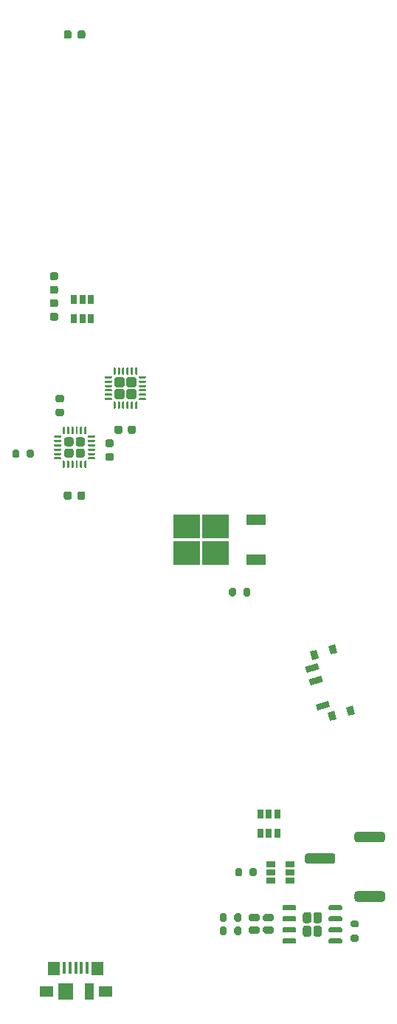
<source format=gbr>
G04 #@! TF.GenerationSoftware,KiCad,Pcbnew,(5.1.6-0)*
G04 #@! TF.CreationDate,2021-01-08T20:23:25+00:00*
G04 #@! TF.ProjectId,XMAS_Star_21,584d4153-5f53-4746-9172-5f32312e6b69,rev?*
G04 #@! TF.SameCoordinates,Original*
G04 #@! TF.FileFunction,Paste,Top*
G04 #@! TF.FilePolarity,Positive*
%FSLAX46Y46*%
G04 Gerber Fmt 4.6, Leading zero omitted, Abs format (unit mm)*
G04 Created by KiCad (PCBNEW (5.1.6-0)) date 2021-01-08 20:23:25*
%MOMM*%
%LPD*%
G01*
G04 APERTURE LIST*
%ADD10R,0.650000X1.060000*%
%ADD11R,1.060000X0.650000*%
%ADD12C,0.100000*%
%ADD13R,3.050000X2.750000*%
%ADD14R,2.200000X1.200000*%
%ADD15R,1.000000X1.900000*%
%ADD16R,1.800000X1.900000*%
%ADD17R,1.650000X1.300000*%
%ADD18R,1.425000X1.550000*%
%ADD19R,0.450000X1.380000*%
G04 APERTURE END LIST*
G36*
G01*
X104256250Y-129450000D02*
X103743750Y-129450000D01*
G75*
G02*
X103525000Y-129231250I0J218750D01*
G01*
X103525000Y-128793750D01*
G75*
G02*
X103743750Y-128575000I218750J0D01*
G01*
X104256250Y-128575000D01*
G75*
G02*
X104475000Y-128793750I0J-218750D01*
G01*
X104475000Y-129231250D01*
G75*
G02*
X104256250Y-129450000I-218750J0D01*
G01*
G37*
G36*
G01*
X104256250Y-131025000D02*
X103743750Y-131025000D01*
G75*
G02*
X103525000Y-130806250I0J218750D01*
G01*
X103525000Y-130368750D01*
G75*
G02*
X103743750Y-130150000I218750J0D01*
G01*
X104256250Y-130150000D01*
G75*
G02*
X104475000Y-130368750I0J-218750D01*
G01*
X104475000Y-130806250D01*
G75*
G02*
X104256250Y-131025000I-218750J0D01*
G01*
G37*
G36*
G01*
X98043750Y-125050000D02*
X98556250Y-125050000D01*
G75*
G02*
X98775000Y-125268750I0J-218750D01*
G01*
X98775000Y-125706250D01*
G75*
G02*
X98556250Y-125925000I-218750J0D01*
G01*
X98043750Y-125925000D01*
G75*
G02*
X97825000Y-125706250I0J218750D01*
G01*
X97825000Y-125268750D01*
G75*
G02*
X98043750Y-125050000I218750J0D01*
G01*
G37*
G36*
G01*
X98043750Y-123475000D02*
X98556250Y-123475000D01*
G75*
G02*
X98775000Y-123693750I0J-218750D01*
G01*
X98775000Y-124131250D01*
G75*
G02*
X98556250Y-124350000I-218750J0D01*
G01*
X98043750Y-124350000D01*
G75*
G02*
X97825000Y-124131250I0J218750D01*
G01*
X97825000Y-123693750D01*
G75*
G02*
X98043750Y-123475000I218750J0D01*
G01*
G37*
G36*
G01*
X105740000Y-121699999D02*
X105740000Y-122370001D01*
G75*
G02*
X105490001Y-122620000I-249999J0D01*
G01*
X104819999Y-122620000D01*
G75*
G02*
X104570000Y-122370001I0J249999D01*
G01*
X104570000Y-121699999D01*
G75*
G02*
X104819999Y-121450000I249999J0D01*
G01*
X105490001Y-121450000D01*
G75*
G02*
X105740000Y-121699999I0J-249999D01*
G01*
G37*
G36*
G01*
X105740000Y-123049999D02*
X105740000Y-123720001D01*
G75*
G02*
X105490001Y-123970000I-249999J0D01*
G01*
X104819999Y-123970000D01*
G75*
G02*
X104570000Y-123720001I0J249999D01*
G01*
X104570000Y-123049999D01*
G75*
G02*
X104819999Y-122800000I249999J0D01*
G01*
X105490001Y-122800000D01*
G75*
G02*
X105740000Y-123049999I0J-249999D01*
G01*
G37*
G36*
G01*
X107090000Y-121699999D02*
X107090000Y-122370001D01*
G75*
G02*
X106840001Y-122620000I-249999J0D01*
G01*
X106169999Y-122620000D01*
G75*
G02*
X105920000Y-122370001I0J249999D01*
G01*
X105920000Y-121699999D01*
G75*
G02*
X106169999Y-121450000I249999J0D01*
G01*
X106840001Y-121450000D01*
G75*
G02*
X107090000Y-121699999I0J-249999D01*
G01*
G37*
G36*
G01*
X107090000Y-123049999D02*
X107090000Y-123720001D01*
G75*
G02*
X106840001Y-123970000I-249999J0D01*
G01*
X106169999Y-123970000D01*
G75*
G02*
X105920000Y-123720001I0J249999D01*
G01*
X105920000Y-123049999D01*
G75*
G02*
X106169999Y-122800000I249999J0D01*
G01*
X106840001Y-122800000D01*
G75*
G02*
X107090000Y-123049999I0J-249999D01*
G01*
G37*
G36*
G01*
X107205000Y-124322500D02*
X107205000Y-125022500D01*
G75*
G02*
X107142500Y-125085000I-62500J0D01*
G01*
X107017500Y-125085000D01*
G75*
G02*
X106955000Y-125022500I0J62500D01*
G01*
X106955000Y-124322500D01*
G75*
G02*
X107017500Y-124260000I62500J0D01*
G01*
X107142500Y-124260000D01*
G75*
G02*
X107205000Y-124322500I0J-62500D01*
G01*
G37*
G36*
G01*
X106705000Y-124322500D02*
X106705000Y-125022500D01*
G75*
G02*
X106642500Y-125085000I-62500J0D01*
G01*
X106517500Y-125085000D01*
G75*
G02*
X106455000Y-125022500I0J62500D01*
G01*
X106455000Y-124322500D01*
G75*
G02*
X106517500Y-124260000I62500J0D01*
G01*
X106642500Y-124260000D01*
G75*
G02*
X106705000Y-124322500I0J-62500D01*
G01*
G37*
G36*
G01*
X106205000Y-124322500D02*
X106205000Y-125022500D01*
G75*
G02*
X106142500Y-125085000I-62500J0D01*
G01*
X106017500Y-125085000D01*
G75*
G02*
X105955000Y-125022500I0J62500D01*
G01*
X105955000Y-124322500D01*
G75*
G02*
X106017500Y-124260000I62500J0D01*
G01*
X106142500Y-124260000D01*
G75*
G02*
X106205000Y-124322500I0J-62500D01*
G01*
G37*
G36*
G01*
X105705000Y-124322500D02*
X105705000Y-125022500D01*
G75*
G02*
X105642500Y-125085000I-62500J0D01*
G01*
X105517500Y-125085000D01*
G75*
G02*
X105455000Y-125022500I0J62500D01*
G01*
X105455000Y-124322500D01*
G75*
G02*
X105517500Y-124260000I62500J0D01*
G01*
X105642500Y-124260000D01*
G75*
G02*
X105705000Y-124322500I0J-62500D01*
G01*
G37*
G36*
G01*
X105205000Y-124322500D02*
X105205000Y-125022500D01*
G75*
G02*
X105142500Y-125085000I-62500J0D01*
G01*
X105017500Y-125085000D01*
G75*
G02*
X104955000Y-125022500I0J62500D01*
G01*
X104955000Y-124322500D01*
G75*
G02*
X105017500Y-124260000I62500J0D01*
G01*
X105142500Y-124260000D01*
G75*
G02*
X105205000Y-124322500I0J-62500D01*
G01*
G37*
G36*
G01*
X104705000Y-124322500D02*
X104705000Y-125022500D01*
G75*
G02*
X104642500Y-125085000I-62500J0D01*
G01*
X104517500Y-125085000D01*
G75*
G02*
X104455000Y-125022500I0J62500D01*
G01*
X104455000Y-124322500D01*
G75*
G02*
X104517500Y-124260000I62500J0D01*
G01*
X104642500Y-124260000D01*
G75*
G02*
X104705000Y-124322500I0J-62500D01*
G01*
G37*
G36*
G01*
X104280000Y-123897500D02*
X104280000Y-124022500D01*
G75*
G02*
X104217500Y-124085000I-62500J0D01*
G01*
X103517500Y-124085000D01*
G75*
G02*
X103455000Y-124022500I0J62500D01*
G01*
X103455000Y-123897500D01*
G75*
G02*
X103517500Y-123835000I62500J0D01*
G01*
X104217500Y-123835000D01*
G75*
G02*
X104280000Y-123897500I0J-62500D01*
G01*
G37*
G36*
G01*
X104280000Y-123397500D02*
X104280000Y-123522500D01*
G75*
G02*
X104217500Y-123585000I-62500J0D01*
G01*
X103517500Y-123585000D01*
G75*
G02*
X103455000Y-123522500I0J62500D01*
G01*
X103455000Y-123397500D01*
G75*
G02*
X103517500Y-123335000I62500J0D01*
G01*
X104217500Y-123335000D01*
G75*
G02*
X104280000Y-123397500I0J-62500D01*
G01*
G37*
G36*
G01*
X104280000Y-122897500D02*
X104280000Y-123022500D01*
G75*
G02*
X104217500Y-123085000I-62500J0D01*
G01*
X103517500Y-123085000D01*
G75*
G02*
X103455000Y-123022500I0J62500D01*
G01*
X103455000Y-122897500D01*
G75*
G02*
X103517500Y-122835000I62500J0D01*
G01*
X104217500Y-122835000D01*
G75*
G02*
X104280000Y-122897500I0J-62500D01*
G01*
G37*
G36*
G01*
X104280000Y-122397500D02*
X104280000Y-122522500D01*
G75*
G02*
X104217500Y-122585000I-62500J0D01*
G01*
X103517500Y-122585000D01*
G75*
G02*
X103455000Y-122522500I0J62500D01*
G01*
X103455000Y-122397500D01*
G75*
G02*
X103517500Y-122335000I62500J0D01*
G01*
X104217500Y-122335000D01*
G75*
G02*
X104280000Y-122397500I0J-62500D01*
G01*
G37*
G36*
G01*
X104280000Y-121897500D02*
X104280000Y-122022500D01*
G75*
G02*
X104217500Y-122085000I-62500J0D01*
G01*
X103517500Y-122085000D01*
G75*
G02*
X103455000Y-122022500I0J62500D01*
G01*
X103455000Y-121897500D01*
G75*
G02*
X103517500Y-121835000I62500J0D01*
G01*
X104217500Y-121835000D01*
G75*
G02*
X104280000Y-121897500I0J-62500D01*
G01*
G37*
G36*
G01*
X104280000Y-121397500D02*
X104280000Y-121522500D01*
G75*
G02*
X104217500Y-121585000I-62500J0D01*
G01*
X103517500Y-121585000D01*
G75*
G02*
X103455000Y-121522500I0J62500D01*
G01*
X103455000Y-121397500D01*
G75*
G02*
X103517500Y-121335000I62500J0D01*
G01*
X104217500Y-121335000D01*
G75*
G02*
X104280000Y-121397500I0J-62500D01*
G01*
G37*
G36*
G01*
X104705000Y-120397500D02*
X104705000Y-121097500D01*
G75*
G02*
X104642500Y-121160000I-62500J0D01*
G01*
X104517500Y-121160000D01*
G75*
G02*
X104455000Y-121097500I0J62500D01*
G01*
X104455000Y-120397500D01*
G75*
G02*
X104517500Y-120335000I62500J0D01*
G01*
X104642500Y-120335000D01*
G75*
G02*
X104705000Y-120397500I0J-62500D01*
G01*
G37*
G36*
G01*
X105205000Y-120397500D02*
X105205000Y-121097500D01*
G75*
G02*
X105142500Y-121160000I-62500J0D01*
G01*
X105017500Y-121160000D01*
G75*
G02*
X104955000Y-121097500I0J62500D01*
G01*
X104955000Y-120397500D01*
G75*
G02*
X105017500Y-120335000I62500J0D01*
G01*
X105142500Y-120335000D01*
G75*
G02*
X105205000Y-120397500I0J-62500D01*
G01*
G37*
G36*
G01*
X105705000Y-120397500D02*
X105705000Y-121097500D01*
G75*
G02*
X105642500Y-121160000I-62500J0D01*
G01*
X105517500Y-121160000D01*
G75*
G02*
X105455000Y-121097500I0J62500D01*
G01*
X105455000Y-120397500D01*
G75*
G02*
X105517500Y-120335000I62500J0D01*
G01*
X105642500Y-120335000D01*
G75*
G02*
X105705000Y-120397500I0J-62500D01*
G01*
G37*
G36*
G01*
X106205000Y-120397500D02*
X106205000Y-121097500D01*
G75*
G02*
X106142500Y-121160000I-62500J0D01*
G01*
X106017500Y-121160000D01*
G75*
G02*
X105955000Y-121097500I0J62500D01*
G01*
X105955000Y-120397500D01*
G75*
G02*
X106017500Y-120335000I62500J0D01*
G01*
X106142500Y-120335000D01*
G75*
G02*
X106205000Y-120397500I0J-62500D01*
G01*
G37*
G36*
G01*
X106705000Y-120397500D02*
X106705000Y-121097500D01*
G75*
G02*
X106642500Y-121160000I-62500J0D01*
G01*
X106517500Y-121160000D01*
G75*
G02*
X106455000Y-121097500I0J62500D01*
G01*
X106455000Y-120397500D01*
G75*
G02*
X106517500Y-120335000I62500J0D01*
G01*
X106642500Y-120335000D01*
G75*
G02*
X106705000Y-120397500I0J-62500D01*
G01*
G37*
G36*
G01*
X107205000Y-120397500D02*
X107205000Y-121097500D01*
G75*
G02*
X107142500Y-121160000I-62500J0D01*
G01*
X107017500Y-121160000D01*
G75*
G02*
X106955000Y-121097500I0J62500D01*
G01*
X106955000Y-120397500D01*
G75*
G02*
X107017500Y-120335000I62500J0D01*
G01*
X107142500Y-120335000D01*
G75*
G02*
X107205000Y-120397500I0J-62500D01*
G01*
G37*
G36*
G01*
X108205000Y-121397500D02*
X108205000Y-121522500D01*
G75*
G02*
X108142500Y-121585000I-62500J0D01*
G01*
X107442500Y-121585000D01*
G75*
G02*
X107380000Y-121522500I0J62500D01*
G01*
X107380000Y-121397500D01*
G75*
G02*
X107442500Y-121335000I62500J0D01*
G01*
X108142500Y-121335000D01*
G75*
G02*
X108205000Y-121397500I0J-62500D01*
G01*
G37*
G36*
G01*
X108205000Y-121897500D02*
X108205000Y-122022500D01*
G75*
G02*
X108142500Y-122085000I-62500J0D01*
G01*
X107442500Y-122085000D01*
G75*
G02*
X107380000Y-122022500I0J62500D01*
G01*
X107380000Y-121897500D01*
G75*
G02*
X107442500Y-121835000I62500J0D01*
G01*
X108142500Y-121835000D01*
G75*
G02*
X108205000Y-121897500I0J-62500D01*
G01*
G37*
G36*
G01*
X108205000Y-122397500D02*
X108205000Y-122522500D01*
G75*
G02*
X108142500Y-122585000I-62500J0D01*
G01*
X107442500Y-122585000D01*
G75*
G02*
X107380000Y-122522500I0J62500D01*
G01*
X107380000Y-122397500D01*
G75*
G02*
X107442500Y-122335000I62500J0D01*
G01*
X108142500Y-122335000D01*
G75*
G02*
X108205000Y-122397500I0J-62500D01*
G01*
G37*
G36*
G01*
X108205000Y-122897500D02*
X108205000Y-123022500D01*
G75*
G02*
X108142500Y-123085000I-62500J0D01*
G01*
X107442500Y-123085000D01*
G75*
G02*
X107380000Y-123022500I0J62500D01*
G01*
X107380000Y-122897500D01*
G75*
G02*
X107442500Y-122835000I62500J0D01*
G01*
X108142500Y-122835000D01*
G75*
G02*
X108205000Y-122897500I0J-62500D01*
G01*
G37*
G36*
G01*
X108205000Y-123397500D02*
X108205000Y-123522500D01*
G75*
G02*
X108142500Y-123585000I-62500J0D01*
G01*
X107442500Y-123585000D01*
G75*
G02*
X107380000Y-123522500I0J62500D01*
G01*
X107380000Y-123397500D01*
G75*
G02*
X107442500Y-123335000I62500J0D01*
G01*
X108142500Y-123335000D01*
G75*
G02*
X108205000Y-123397500I0J-62500D01*
G01*
G37*
G36*
G01*
X108205000Y-123897500D02*
X108205000Y-124022500D01*
G75*
G02*
X108142500Y-124085000I-62500J0D01*
G01*
X107442500Y-124085000D01*
G75*
G02*
X107380000Y-124022500I0J62500D01*
G01*
X107380000Y-123897500D01*
G75*
G02*
X107442500Y-123835000I62500J0D01*
G01*
X108142500Y-123835000D01*
G75*
G02*
X108205000Y-123897500I0J-62500D01*
G01*
G37*
G36*
G01*
X105475000Y-127220000D02*
X105475000Y-127720000D01*
G75*
G02*
X105250000Y-127945000I-225000J0D01*
G01*
X104800000Y-127945000D01*
G75*
G02*
X104575000Y-127720000I0J225000D01*
G01*
X104575000Y-127220000D01*
G75*
G02*
X104800000Y-126995000I225000J0D01*
G01*
X105250000Y-126995000D01*
G75*
G02*
X105475000Y-127220000I0J-225000D01*
G01*
G37*
G36*
G01*
X107025000Y-127220000D02*
X107025000Y-127720000D01*
G75*
G02*
X106800000Y-127945000I-225000J0D01*
G01*
X106350000Y-127945000D01*
G75*
G02*
X106125000Y-127720000I0J225000D01*
G01*
X106125000Y-127220000D01*
G75*
G02*
X106350000Y-126995000I225000J0D01*
G01*
X106800000Y-126995000D01*
G75*
G02*
X107025000Y-127220000I0J-225000D01*
G01*
G37*
G36*
G01*
X100315000Y-135260000D02*
X100315000Y-134760000D01*
G75*
G02*
X100540000Y-134535000I225000J0D01*
G01*
X100990000Y-134535000D01*
G75*
G02*
X101215000Y-134760000I0J-225000D01*
G01*
X101215000Y-135260000D01*
G75*
G02*
X100990000Y-135485000I-225000J0D01*
G01*
X100540000Y-135485000D01*
G75*
G02*
X100315000Y-135260000I0J225000D01*
G01*
G37*
G36*
G01*
X98765000Y-135260000D02*
X98765000Y-134760000D01*
G75*
G02*
X98990000Y-134535000I225000J0D01*
G01*
X99440000Y-134535000D01*
G75*
G02*
X99665000Y-134760000I0J-225000D01*
G01*
X99665000Y-135260000D01*
G75*
G02*
X99440000Y-135485000I-225000J0D01*
G01*
X98990000Y-135485000D01*
G75*
G02*
X98765000Y-135260000I0J225000D01*
G01*
G37*
D10*
X100890000Y-114720000D03*
X101840000Y-114720000D03*
X99940000Y-114720000D03*
X99940000Y-112520000D03*
X100890000Y-112520000D03*
X101840000Y-112520000D03*
G36*
G01*
X97890000Y-113425000D02*
X97390000Y-113425000D01*
G75*
G02*
X97165000Y-113200000I0J225000D01*
G01*
X97165000Y-112750000D01*
G75*
G02*
X97390000Y-112525000I225000J0D01*
G01*
X97890000Y-112525000D01*
G75*
G02*
X98115000Y-112750000I0J-225000D01*
G01*
X98115000Y-113200000D01*
G75*
G02*
X97890000Y-113425000I-225000J0D01*
G01*
G37*
G36*
G01*
X97890000Y-114975000D02*
X97390000Y-114975000D01*
G75*
G02*
X97165000Y-114750000I0J225000D01*
G01*
X97165000Y-114300000D01*
G75*
G02*
X97390000Y-114075000I225000J0D01*
G01*
X97890000Y-114075000D01*
G75*
G02*
X98115000Y-114300000I0J-225000D01*
G01*
X98115000Y-114750000D01*
G75*
G02*
X97890000Y-114975000I-225000J0D01*
G01*
G37*
G36*
G01*
X97890000Y-110345000D02*
X97390000Y-110345000D01*
G75*
G02*
X97165000Y-110120000I0J225000D01*
G01*
X97165000Y-109670000D01*
G75*
G02*
X97390000Y-109445000I225000J0D01*
G01*
X97890000Y-109445000D01*
G75*
G02*
X98115000Y-109670000I0J-225000D01*
G01*
X98115000Y-110120000D01*
G75*
G02*
X97890000Y-110345000I-225000J0D01*
G01*
G37*
G36*
G01*
X97890000Y-111895000D02*
X97390000Y-111895000D01*
G75*
G02*
X97165000Y-111670000I0J225000D01*
G01*
X97165000Y-111220000D01*
G75*
G02*
X97390000Y-110995000I225000J0D01*
G01*
X97890000Y-110995000D01*
G75*
G02*
X98115000Y-111220000I0J-225000D01*
G01*
X98115000Y-111670000D01*
G75*
G02*
X97890000Y-111895000I-225000J0D01*
G01*
G37*
G36*
G01*
X94505000Y-130505000D02*
X94505000Y-129955000D01*
G75*
G02*
X94705000Y-129755000I200000J0D01*
G01*
X95105000Y-129755000D01*
G75*
G02*
X95305000Y-129955000I0J-200000D01*
G01*
X95305000Y-130505000D01*
G75*
G02*
X95105000Y-130705000I-200000J0D01*
G01*
X94705000Y-130705000D01*
G75*
G02*
X94505000Y-130505000I0J200000D01*
G01*
G37*
G36*
G01*
X92855000Y-130505000D02*
X92855000Y-129955000D01*
G75*
G02*
X93055000Y-129755000I200000J0D01*
G01*
X93455000Y-129755000D01*
G75*
G02*
X93655000Y-129955000I0J-200000D01*
G01*
X93655000Y-130505000D01*
G75*
G02*
X93455000Y-130705000I-200000J0D01*
G01*
X93055000Y-130705000D01*
G75*
G02*
X92855000Y-130505000I0J200000D01*
G01*
G37*
G36*
G01*
X129620000Y-177170000D02*
X126720000Y-177170000D01*
G75*
G02*
X126420000Y-176870000I0J300000D01*
G01*
X126420000Y-176270000D01*
G75*
G02*
X126720000Y-175970000I300000J0D01*
G01*
X129620000Y-175970000D01*
G75*
G02*
X129920000Y-176270000I0J-300000D01*
G01*
X129920000Y-176870000D01*
G75*
G02*
X129620000Y-177170000I-300000J0D01*
G01*
G37*
G36*
G01*
X135320000Y-174720000D02*
X132420000Y-174720000D01*
G75*
G02*
X132120000Y-174420000I0J300000D01*
G01*
X132120000Y-173820000D01*
G75*
G02*
X132420000Y-173520000I300000J0D01*
G01*
X135320000Y-173520000D01*
G75*
G02*
X135620000Y-173820000I0J-300000D01*
G01*
X135620000Y-174420000D01*
G75*
G02*
X135320000Y-174720000I-300000J0D01*
G01*
G37*
G36*
G01*
X135320000Y-181520000D02*
X132420000Y-181520000D01*
G75*
G02*
X132120000Y-181220000I0J300000D01*
G01*
X132120000Y-180620000D01*
G75*
G02*
X132420000Y-180320000I300000J0D01*
G01*
X135320000Y-180320000D01*
G75*
G02*
X135620000Y-180620000I0J-300000D01*
G01*
X135620000Y-181220000D01*
G75*
G02*
X135320000Y-181520000I-300000J0D01*
G01*
G37*
D11*
X124740000Y-178160000D03*
X124740000Y-177210000D03*
X124740000Y-179110000D03*
X122540000Y-179110000D03*
X122540000Y-178160000D03*
X122540000Y-177210000D03*
G36*
G01*
X127165000Y-182962500D02*
X127165000Y-183727500D01*
G75*
G02*
X126922500Y-183970000I-242500J0D01*
G01*
X126437500Y-183970000D01*
G75*
G02*
X126195000Y-183727500I0J242500D01*
G01*
X126195000Y-182962500D01*
G75*
G02*
X126437500Y-182720000I242500J0D01*
G01*
X126922500Y-182720000D01*
G75*
G02*
X127165000Y-182962500I0J-242500D01*
G01*
G37*
G36*
G01*
X127165000Y-184512500D02*
X127165000Y-185277500D01*
G75*
G02*
X126922500Y-185520000I-242500J0D01*
G01*
X126437500Y-185520000D01*
G75*
G02*
X126195000Y-185277500I0J242500D01*
G01*
X126195000Y-184512500D01*
G75*
G02*
X126437500Y-184270000I242500J0D01*
G01*
X126922500Y-184270000D01*
G75*
G02*
X127165000Y-184512500I0J-242500D01*
G01*
G37*
G36*
G01*
X128365000Y-182962500D02*
X128365000Y-183727500D01*
G75*
G02*
X128122500Y-183970000I-242500J0D01*
G01*
X127637500Y-183970000D01*
G75*
G02*
X127395000Y-183727500I0J242500D01*
G01*
X127395000Y-182962500D01*
G75*
G02*
X127637500Y-182720000I242500J0D01*
G01*
X128122500Y-182720000D01*
G75*
G02*
X128365000Y-182962500I0J-242500D01*
G01*
G37*
G36*
G01*
X128365000Y-184512500D02*
X128365000Y-185277500D01*
G75*
G02*
X128122500Y-185520000I-242500J0D01*
G01*
X127637500Y-185520000D01*
G75*
G02*
X127395000Y-185277500I0J242500D01*
G01*
X127395000Y-184512500D01*
G75*
G02*
X127637500Y-184270000I242500J0D01*
G01*
X128122500Y-184270000D01*
G75*
G02*
X128365000Y-184512500I0J-242500D01*
G01*
G37*
G36*
G01*
X125430000Y-185875000D02*
X125430000Y-186175000D01*
G75*
G02*
X125280000Y-186325000I-150000J0D01*
G01*
X123980000Y-186325000D01*
G75*
G02*
X123830000Y-186175000I0J150000D01*
G01*
X123830000Y-185875000D01*
G75*
G02*
X123980000Y-185725000I150000J0D01*
G01*
X125280000Y-185725000D01*
G75*
G02*
X125430000Y-185875000I0J-150000D01*
G01*
G37*
G36*
G01*
X125430000Y-184605000D02*
X125430000Y-184905000D01*
G75*
G02*
X125280000Y-185055000I-150000J0D01*
G01*
X123980000Y-185055000D01*
G75*
G02*
X123830000Y-184905000I0J150000D01*
G01*
X123830000Y-184605000D01*
G75*
G02*
X123980000Y-184455000I150000J0D01*
G01*
X125280000Y-184455000D01*
G75*
G02*
X125430000Y-184605000I0J-150000D01*
G01*
G37*
G36*
G01*
X125430000Y-183335000D02*
X125430000Y-183635000D01*
G75*
G02*
X125280000Y-183785000I-150000J0D01*
G01*
X123980000Y-183785000D01*
G75*
G02*
X123830000Y-183635000I0J150000D01*
G01*
X123830000Y-183335000D01*
G75*
G02*
X123980000Y-183185000I150000J0D01*
G01*
X125280000Y-183185000D01*
G75*
G02*
X125430000Y-183335000I0J-150000D01*
G01*
G37*
G36*
G01*
X125430000Y-182065000D02*
X125430000Y-182365000D01*
G75*
G02*
X125280000Y-182515000I-150000J0D01*
G01*
X123980000Y-182515000D01*
G75*
G02*
X123830000Y-182365000I0J150000D01*
G01*
X123830000Y-182065000D01*
G75*
G02*
X123980000Y-181915000I150000J0D01*
G01*
X125280000Y-181915000D01*
G75*
G02*
X125430000Y-182065000I0J-150000D01*
G01*
G37*
G36*
G01*
X130730000Y-182065000D02*
X130730000Y-182365000D01*
G75*
G02*
X130580000Y-182515000I-150000J0D01*
G01*
X129280000Y-182515000D01*
G75*
G02*
X129130000Y-182365000I0J150000D01*
G01*
X129130000Y-182065000D01*
G75*
G02*
X129280000Y-181915000I150000J0D01*
G01*
X130580000Y-181915000D01*
G75*
G02*
X130730000Y-182065000I0J-150000D01*
G01*
G37*
G36*
G01*
X130730000Y-183335000D02*
X130730000Y-183635000D01*
G75*
G02*
X130580000Y-183785000I-150000J0D01*
G01*
X129280000Y-183785000D01*
G75*
G02*
X129130000Y-183635000I0J150000D01*
G01*
X129130000Y-183335000D01*
G75*
G02*
X129280000Y-183185000I150000J0D01*
G01*
X130580000Y-183185000D01*
G75*
G02*
X130730000Y-183335000I0J-150000D01*
G01*
G37*
G36*
G01*
X130730000Y-184605000D02*
X130730000Y-184905000D01*
G75*
G02*
X130580000Y-185055000I-150000J0D01*
G01*
X129280000Y-185055000D01*
G75*
G02*
X129130000Y-184905000I0J150000D01*
G01*
X129130000Y-184605000D01*
G75*
G02*
X129280000Y-184455000I150000J0D01*
G01*
X130580000Y-184455000D01*
G75*
G02*
X130730000Y-184605000I0J-150000D01*
G01*
G37*
G36*
G01*
X130730000Y-185875000D02*
X130730000Y-186175000D01*
G75*
G02*
X130580000Y-186325000I-150000J0D01*
G01*
X129280000Y-186325000D01*
G75*
G02*
X129130000Y-186175000I0J150000D01*
G01*
X129130000Y-185875000D01*
G75*
G02*
X129280000Y-185725000I150000J0D01*
G01*
X130580000Y-185725000D01*
G75*
G02*
X130730000Y-185875000I0J-150000D01*
G01*
G37*
D12*
G36*
X130038615Y-160623978D02*
G01*
X129269606Y-160844488D01*
X128993969Y-159883226D01*
X129762978Y-159662716D01*
X130038615Y-160623978D01*
G37*
G36*
X128026463Y-153606768D02*
G01*
X127257454Y-153827278D01*
X126981817Y-152866016D01*
X127750826Y-152645506D01*
X128026463Y-153606768D01*
G37*
G36*
X130150851Y-152997609D02*
G01*
X129381842Y-153218119D01*
X129106205Y-152256857D01*
X129875214Y-152036347D01*
X130150851Y-152997609D01*
G37*
G36*
X132163004Y-160014820D02*
G01*
X131393995Y-160235330D01*
X131118358Y-159274068D01*
X131887367Y-159053558D01*
X132163004Y-160014820D01*
G37*
G36*
X128082631Y-154891037D02*
G01*
X126640739Y-155304493D01*
X126447793Y-154631609D01*
X127889685Y-154218153D01*
X128082631Y-154891037D01*
G37*
G36*
X128496087Y-156332929D02*
G01*
X127054195Y-156746385D01*
X126861249Y-156073501D01*
X128303141Y-155660045D01*
X128496087Y-156332929D01*
G37*
G36*
X129322999Y-159216714D02*
G01*
X127881107Y-159630170D01*
X127688161Y-158957286D01*
X129130053Y-158543830D01*
X129322999Y-159216714D01*
G37*
G36*
G01*
X119225000Y-177865000D02*
X119225000Y-178415000D01*
G75*
G02*
X119025000Y-178615000I-200000J0D01*
G01*
X118625000Y-178615000D01*
G75*
G02*
X118425000Y-178415000I0J200000D01*
G01*
X118425000Y-177865000D01*
G75*
G02*
X118625000Y-177665000I200000J0D01*
G01*
X119025000Y-177665000D01*
G75*
G02*
X119225000Y-177865000I0J-200000D01*
G01*
G37*
G36*
G01*
X120875000Y-177865000D02*
X120875000Y-178415000D01*
G75*
G02*
X120675000Y-178615000I-200000J0D01*
G01*
X120275000Y-178615000D01*
G75*
G02*
X120075000Y-178415000I0J200000D01*
G01*
X120075000Y-177865000D01*
G75*
G02*
X120275000Y-177665000I200000J0D01*
G01*
X120675000Y-177665000D01*
G75*
G02*
X120875000Y-177865000I0J-200000D01*
G01*
G37*
G36*
G01*
X118520000Y-145795000D02*
X118520000Y-146345000D01*
G75*
G02*
X118320000Y-146545000I-200000J0D01*
G01*
X117920000Y-146545000D01*
G75*
G02*
X117720000Y-146345000I0J200000D01*
G01*
X117720000Y-145795000D01*
G75*
G02*
X117920000Y-145595000I200000J0D01*
G01*
X118320000Y-145595000D01*
G75*
G02*
X118520000Y-145795000I0J-200000D01*
G01*
G37*
G36*
G01*
X120170000Y-145795000D02*
X120170000Y-146345000D01*
G75*
G02*
X119970000Y-146545000I-200000J0D01*
G01*
X119570000Y-146545000D01*
G75*
G02*
X119370000Y-146345000I0J200000D01*
G01*
X119370000Y-145795000D01*
G75*
G02*
X119570000Y-145595000I200000J0D01*
G01*
X119970000Y-145595000D01*
G75*
G02*
X120170000Y-145795000I0J-200000D01*
G01*
G37*
G36*
G01*
X118325000Y-183605000D02*
X118325000Y-183055000D01*
G75*
G02*
X118525000Y-182855000I200000J0D01*
G01*
X118925000Y-182855000D01*
G75*
G02*
X119125000Y-183055000I0J-200000D01*
G01*
X119125000Y-183605000D01*
G75*
G02*
X118925000Y-183805000I-200000J0D01*
G01*
X118525000Y-183805000D01*
G75*
G02*
X118325000Y-183605000I0J200000D01*
G01*
G37*
G36*
G01*
X116675000Y-183605000D02*
X116675000Y-183055000D01*
G75*
G02*
X116875000Y-182855000I200000J0D01*
G01*
X117275000Y-182855000D01*
G75*
G02*
X117475000Y-183055000I0J-200000D01*
G01*
X117475000Y-183605000D01*
G75*
G02*
X117275000Y-183805000I-200000J0D01*
G01*
X116875000Y-183805000D01*
G75*
G02*
X116675000Y-183605000I0J200000D01*
G01*
G37*
G36*
G01*
X118325000Y-185125000D02*
X118325000Y-184575000D01*
G75*
G02*
X118525000Y-184375000I200000J0D01*
G01*
X118925000Y-184375000D01*
G75*
G02*
X119125000Y-184575000I0J-200000D01*
G01*
X119125000Y-185125000D01*
G75*
G02*
X118925000Y-185325000I-200000J0D01*
G01*
X118525000Y-185325000D01*
G75*
G02*
X118325000Y-185125000I0J200000D01*
G01*
G37*
G36*
G01*
X116675000Y-185125000D02*
X116675000Y-184575000D01*
G75*
G02*
X116875000Y-184375000I200000J0D01*
G01*
X117275000Y-184375000D01*
G75*
G02*
X117475000Y-184575000I0J-200000D01*
G01*
X117475000Y-185125000D01*
G75*
G02*
X117275000Y-185325000I-200000J0D01*
G01*
X116875000Y-185325000D01*
G75*
G02*
X116675000Y-185125000I0J200000D01*
G01*
G37*
G36*
G01*
X131855000Y-185305000D02*
X132405000Y-185305000D01*
G75*
G02*
X132605000Y-185505000I0J-200000D01*
G01*
X132605000Y-185905000D01*
G75*
G02*
X132405000Y-186105000I-200000J0D01*
G01*
X131855000Y-186105000D01*
G75*
G02*
X131655000Y-185905000I0J200000D01*
G01*
X131655000Y-185505000D01*
G75*
G02*
X131855000Y-185305000I200000J0D01*
G01*
G37*
G36*
G01*
X131855000Y-183655000D02*
X132405000Y-183655000D01*
G75*
G02*
X132605000Y-183855000I0J-200000D01*
G01*
X132605000Y-184255000D01*
G75*
G02*
X132405000Y-184455000I-200000J0D01*
G01*
X131855000Y-184455000D01*
G75*
G02*
X131655000Y-184255000I0J200000D01*
G01*
X131655000Y-183855000D01*
G75*
G02*
X131855000Y-183655000I200000J0D01*
G01*
G37*
D10*
X122300000Y-171490000D03*
X121350000Y-171490000D03*
X123250000Y-171490000D03*
X123250000Y-173690000D03*
X122300000Y-173690000D03*
X121350000Y-173690000D03*
D13*
X116190000Y-138570000D03*
X112840000Y-141620000D03*
X116190000Y-141620000D03*
X112840000Y-138570000D03*
D14*
X120815000Y-137815000D03*
X120815000Y-142375000D03*
D15*
X101690000Y-191780000D03*
D16*
X98990000Y-191780000D03*
D17*
X103515000Y-191780000D03*
X96765000Y-191780000D03*
D18*
X102627500Y-189205000D03*
X97652500Y-189205000D03*
D19*
X101440000Y-189120000D03*
X100790000Y-189120000D03*
X100140000Y-189120000D03*
X99490000Y-189120000D03*
X98840000Y-189120000D03*
G36*
G01*
X121220000Y-183127500D02*
X121220000Y-183552500D01*
G75*
G02*
X121007500Y-183765000I-212500J0D01*
G01*
X120207500Y-183765000D01*
G75*
G02*
X119995000Y-183552500I0J212500D01*
G01*
X119995000Y-183127500D01*
G75*
G02*
X120207500Y-182915000I212500J0D01*
G01*
X121007500Y-182915000D01*
G75*
G02*
X121220000Y-183127500I0J-212500D01*
G01*
G37*
G36*
G01*
X122845000Y-183127500D02*
X122845000Y-183552500D01*
G75*
G02*
X122632500Y-183765000I-212500J0D01*
G01*
X121832500Y-183765000D01*
G75*
G02*
X121620000Y-183552500I0J212500D01*
G01*
X121620000Y-183127500D01*
G75*
G02*
X121832500Y-182915000I212500J0D01*
G01*
X122632500Y-182915000D01*
G75*
G02*
X122845000Y-183127500I0J-212500D01*
G01*
G37*
G36*
G01*
X121220000Y-184547500D02*
X121220000Y-184972500D01*
G75*
G02*
X121007500Y-185185000I-212500J0D01*
G01*
X120207500Y-185185000D01*
G75*
G02*
X119995000Y-184972500I0J212500D01*
G01*
X119995000Y-184547500D01*
G75*
G02*
X120207500Y-184335000I212500J0D01*
G01*
X121007500Y-184335000D01*
G75*
G02*
X121220000Y-184547500I0J-212500D01*
G01*
G37*
G36*
G01*
X122845000Y-184547500D02*
X122845000Y-184972500D01*
G75*
G02*
X122632500Y-185185000I-212500J0D01*
G01*
X121832500Y-185185000D01*
G75*
G02*
X121620000Y-184972500I0J212500D01*
G01*
X121620000Y-184547500D01*
G75*
G02*
X121832500Y-184335000I212500J0D01*
G01*
X122632500Y-184335000D01*
G75*
G02*
X122845000Y-184547500I0J-212500D01*
G01*
G37*
G36*
G01*
X99650000Y-81963750D02*
X99650000Y-82476250D01*
G75*
G02*
X99431250Y-82695000I-218750J0D01*
G01*
X98993750Y-82695000D01*
G75*
G02*
X98775000Y-82476250I0J218750D01*
G01*
X98775000Y-81963750D01*
G75*
G02*
X98993750Y-81745000I218750J0D01*
G01*
X99431250Y-81745000D01*
G75*
G02*
X99650000Y-81963750I0J-218750D01*
G01*
G37*
G36*
G01*
X101225000Y-81963750D02*
X101225000Y-82476250D01*
G75*
G02*
X101006250Y-82695000I-218750J0D01*
G01*
X100568750Y-82695000D01*
G75*
G02*
X100350000Y-82476250I0J218750D01*
G01*
X100350000Y-81963750D01*
G75*
G02*
X100568750Y-81745000I218750J0D01*
G01*
X101006250Y-81745000D01*
G75*
G02*
X101225000Y-81963750I0J-218750D01*
G01*
G37*
G36*
G01*
X98412500Y-130875000D02*
X97712500Y-130875000D01*
G75*
G02*
X97650000Y-130812500I0J62500D01*
G01*
X97650000Y-130687500D01*
G75*
G02*
X97712500Y-130625000I62500J0D01*
G01*
X98412500Y-130625000D01*
G75*
G02*
X98475000Y-130687500I0J-62500D01*
G01*
X98475000Y-130812500D01*
G75*
G02*
X98412500Y-130875000I-62500J0D01*
G01*
G37*
G36*
G01*
X98412500Y-130375000D02*
X97712500Y-130375000D01*
G75*
G02*
X97650000Y-130312500I0J62500D01*
G01*
X97650000Y-130187500D01*
G75*
G02*
X97712500Y-130125000I62500J0D01*
G01*
X98412500Y-130125000D01*
G75*
G02*
X98475000Y-130187500I0J-62500D01*
G01*
X98475000Y-130312500D01*
G75*
G02*
X98412500Y-130375000I-62500J0D01*
G01*
G37*
G36*
G01*
X98412500Y-129875000D02*
X97712500Y-129875000D01*
G75*
G02*
X97650000Y-129812500I0J62500D01*
G01*
X97650000Y-129687500D01*
G75*
G02*
X97712500Y-129625000I62500J0D01*
G01*
X98412500Y-129625000D01*
G75*
G02*
X98475000Y-129687500I0J-62500D01*
G01*
X98475000Y-129812500D01*
G75*
G02*
X98412500Y-129875000I-62500J0D01*
G01*
G37*
G36*
G01*
X98412500Y-129375000D02*
X97712500Y-129375000D01*
G75*
G02*
X97650000Y-129312500I0J62500D01*
G01*
X97650000Y-129187500D01*
G75*
G02*
X97712500Y-129125000I62500J0D01*
G01*
X98412500Y-129125000D01*
G75*
G02*
X98475000Y-129187500I0J-62500D01*
G01*
X98475000Y-129312500D01*
G75*
G02*
X98412500Y-129375000I-62500J0D01*
G01*
G37*
G36*
G01*
X98412500Y-128875000D02*
X97712500Y-128875000D01*
G75*
G02*
X97650000Y-128812500I0J62500D01*
G01*
X97650000Y-128687500D01*
G75*
G02*
X97712500Y-128625000I62500J0D01*
G01*
X98412500Y-128625000D01*
G75*
G02*
X98475000Y-128687500I0J-62500D01*
G01*
X98475000Y-128812500D01*
G75*
G02*
X98412500Y-128875000I-62500J0D01*
G01*
G37*
G36*
G01*
X98412500Y-128375000D02*
X97712500Y-128375000D01*
G75*
G02*
X97650000Y-128312500I0J62500D01*
G01*
X97650000Y-128187500D01*
G75*
G02*
X97712500Y-128125000I62500J0D01*
G01*
X98412500Y-128125000D01*
G75*
G02*
X98475000Y-128187500I0J-62500D01*
G01*
X98475000Y-128312500D01*
G75*
G02*
X98412500Y-128375000I-62500J0D01*
G01*
G37*
G36*
G01*
X98812500Y-127975000D02*
X98687500Y-127975000D01*
G75*
G02*
X98625000Y-127912500I0J62500D01*
G01*
X98625000Y-127212500D01*
G75*
G02*
X98687500Y-127150000I62500J0D01*
G01*
X98812500Y-127150000D01*
G75*
G02*
X98875000Y-127212500I0J-62500D01*
G01*
X98875000Y-127912500D01*
G75*
G02*
X98812500Y-127975000I-62500J0D01*
G01*
G37*
G36*
G01*
X99312500Y-127975000D02*
X99187500Y-127975000D01*
G75*
G02*
X99125000Y-127912500I0J62500D01*
G01*
X99125000Y-127212500D01*
G75*
G02*
X99187500Y-127150000I62500J0D01*
G01*
X99312500Y-127150000D01*
G75*
G02*
X99375000Y-127212500I0J-62500D01*
G01*
X99375000Y-127912500D01*
G75*
G02*
X99312500Y-127975000I-62500J0D01*
G01*
G37*
G36*
G01*
X99812500Y-127975000D02*
X99687500Y-127975000D01*
G75*
G02*
X99625000Y-127912500I0J62500D01*
G01*
X99625000Y-127212500D01*
G75*
G02*
X99687500Y-127150000I62500J0D01*
G01*
X99812500Y-127150000D01*
G75*
G02*
X99875000Y-127212500I0J-62500D01*
G01*
X99875000Y-127912500D01*
G75*
G02*
X99812500Y-127975000I-62500J0D01*
G01*
G37*
G36*
G01*
X100312500Y-127975000D02*
X100187500Y-127975000D01*
G75*
G02*
X100125000Y-127912500I0J62500D01*
G01*
X100125000Y-127212500D01*
G75*
G02*
X100187500Y-127150000I62500J0D01*
G01*
X100312500Y-127150000D01*
G75*
G02*
X100375000Y-127212500I0J-62500D01*
G01*
X100375000Y-127912500D01*
G75*
G02*
X100312500Y-127975000I-62500J0D01*
G01*
G37*
G36*
G01*
X100812500Y-127975000D02*
X100687500Y-127975000D01*
G75*
G02*
X100625000Y-127912500I0J62500D01*
G01*
X100625000Y-127212500D01*
G75*
G02*
X100687500Y-127150000I62500J0D01*
G01*
X100812500Y-127150000D01*
G75*
G02*
X100875000Y-127212500I0J-62500D01*
G01*
X100875000Y-127912500D01*
G75*
G02*
X100812500Y-127975000I-62500J0D01*
G01*
G37*
G36*
G01*
X101312500Y-127975000D02*
X101187500Y-127975000D01*
G75*
G02*
X101125000Y-127912500I0J62500D01*
G01*
X101125000Y-127212500D01*
G75*
G02*
X101187500Y-127150000I62500J0D01*
G01*
X101312500Y-127150000D01*
G75*
G02*
X101375000Y-127212500I0J-62500D01*
G01*
X101375000Y-127912500D01*
G75*
G02*
X101312500Y-127975000I-62500J0D01*
G01*
G37*
G36*
G01*
X102287500Y-128375000D02*
X101587500Y-128375000D01*
G75*
G02*
X101525000Y-128312500I0J62500D01*
G01*
X101525000Y-128187500D01*
G75*
G02*
X101587500Y-128125000I62500J0D01*
G01*
X102287500Y-128125000D01*
G75*
G02*
X102350000Y-128187500I0J-62500D01*
G01*
X102350000Y-128312500D01*
G75*
G02*
X102287500Y-128375000I-62500J0D01*
G01*
G37*
G36*
G01*
X102287500Y-128875000D02*
X101587500Y-128875000D01*
G75*
G02*
X101525000Y-128812500I0J62500D01*
G01*
X101525000Y-128687500D01*
G75*
G02*
X101587500Y-128625000I62500J0D01*
G01*
X102287500Y-128625000D01*
G75*
G02*
X102350000Y-128687500I0J-62500D01*
G01*
X102350000Y-128812500D01*
G75*
G02*
X102287500Y-128875000I-62500J0D01*
G01*
G37*
G36*
G01*
X102287500Y-129375000D02*
X101587500Y-129375000D01*
G75*
G02*
X101525000Y-129312500I0J62500D01*
G01*
X101525000Y-129187500D01*
G75*
G02*
X101587500Y-129125000I62500J0D01*
G01*
X102287500Y-129125000D01*
G75*
G02*
X102350000Y-129187500I0J-62500D01*
G01*
X102350000Y-129312500D01*
G75*
G02*
X102287500Y-129375000I-62500J0D01*
G01*
G37*
G36*
G01*
X102287500Y-129875000D02*
X101587500Y-129875000D01*
G75*
G02*
X101525000Y-129812500I0J62500D01*
G01*
X101525000Y-129687500D01*
G75*
G02*
X101587500Y-129625000I62500J0D01*
G01*
X102287500Y-129625000D01*
G75*
G02*
X102350000Y-129687500I0J-62500D01*
G01*
X102350000Y-129812500D01*
G75*
G02*
X102287500Y-129875000I-62500J0D01*
G01*
G37*
G36*
G01*
X102287500Y-130375000D02*
X101587500Y-130375000D01*
G75*
G02*
X101525000Y-130312500I0J62500D01*
G01*
X101525000Y-130187500D01*
G75*
G02*
X101587500Y-130125000I62500J0D01*
G01*
X102287500Y-130125000D01*
G75*
G02*
X102350000Y-130187500I0J-62500D01*
G01*
X102350000Y-130312500D01*
G75*
G02*
X102287500Y-130375000I-62500J0D01*
G01*
G37*
G36*
G01*
X102287500Y-130875000D02*
X101587500Y-130875000D01*
G75*
G02*
X101525000Y-130812500I0J62500D01*
G01*
X101525000Y-130687500D01*
G75*
G02*
X101587500Y-130625000I62500J0D01*
G01*
X102287500Y-130625000D01*
G75*
G02*
X102350000Y-130687500I0J-62500D01*
G01*
X102350000Y-130812500D01*
G75*
G02*
X102287500Y-130875000I-62500J0D01*
G01*
G37*
G36*
G01*
X101312500Y-131850000D02*
X101187500Y-131850000D01*
G75*
G02*
X101125000Y-131787500I0J62500D01*
G01*
X101125000Y-131087500D01*
G75*
G02*
X101187500Y-131025000I62500J0D01*
G01*
X101312500Y-131025000D01*
G75*
G02*
X101375000Y-131087500I0J-62500D01*
G01*
X101375000Y-131787500D01*
G75*
G02*
X101312500Y-131850000I-62500J0D01*
G01*
G37*
G36*
G01*
X100812500Y-131850000D02*
X100687500Y-131850000D01*
G75*
G02*
X100625000Y-131787500I0J62500D01*
G01*
X100625000Y-131087500D01*
G75*
G02*
X100687500Y-131025000I62500J0D01*
G01*
X100812500Y-131025000D01*
G75*
G02*
X100875000Y-131087500I0J-62500D01*
G01*
X100875000Y-131787500D01*
G75*
G02*
X100812500Y-131850000I-62500J0D01*
G01*
G37*
G36*
G01*
X100312500Y-131850000D02*
X100187500Y-131850000D01*
G75*
G02*
X100125000Y-131787500I0J62500D01*
G01*
X100125000Y-131087500D01*
G75*
G02*
X100187500Y-131025000I62500J0D01*
G01*
X100312500Y-131025000D01*
G75*
G02*
X100375000Y-131087500I0J-62500D01*
G01*
X100375000Y-131787500D01*
G75*
G02*
X100312500Y-131850000I-62500J0D01*
G01*
G37*
G36*
G01*
X99812500Y-131850000D02*
X99687500Y-131850000D01*
G75*
G02*
X99625000Y-131787500I0J62500D01*
G01*
X99625000Y-131087500D01*
G75*
G02*
X99687500Y-131025000I62500J0D01*
G01*
X99812500Y-131025000D01*
G75*
G02*
X99875000Y-131087500I0J-62500D01*
G01*
X99875000Y-131787500D01*
G75*
G02*
X99812500Y-131850000I-62500J0D01*
G01*
G37*
G36*
G01*
X99312500Y-131850000D02*
X99187500Y-131850000D01*
G75*
G02*
X99125000Y-131787500I0J62500D01*
G01*
X99125000Y-131087500D01*
G75*
G02*
X99187500Y-131025000I62500J0D01*
G01*
X99312500Y-131025000D01*
G75*
G02*
X99375000Y-131087500I0J-62500D01*
G01*
X99375000Y-131787500D01*
G75*
G02*
X99312500Y-131850000I-62500J0D01*
G01*
G37*
G36*
G01*
X98812500Y-131850000D02*
X98687500Y-131850000D01*
G75*
G02*
X98625000Y-131787500I0J62500D01*
G01*
X98625000Y-131087500D01*
G75*
G02*
X98687500Y-131025000I62500J0D01*
G01*
X98812500Y-131025000D01*
G75*
G02*
X98875000Y-131087500I0J-62500D01*
G01*
X98875000Y-131787500D01*
G75*
G02*
X98812500Y-131850000I-62500J0D01*
G01*
G37*
G36*
G01*
X100925001Y-129375000D02*
X100374999Y-129375000D01*
G75*
G02*
X100125000Y-129125001I0J249999D01*
G01*
X100125000Y-128574999D01*
G75*
G02*
X100374999Y-128325000I249999J0D01*
G01*
X100925001Y-128325000D01*
G75*
G02*
X101175000Y-128574999I0J-249999D01*
G01*
X101175000Y-129125001D01*
G75*
G02*
X100925001Y-129375000I-249999J0D01*
G01*
G37*
G36*
G01*
X99625001Y-129375000D02*
X99074999Y-129375000D01*
G75*
G02*
X98825000Y-129125001I0J249999D01*
G01*
X98825000Y-128574999D01*
G75*
G02*
X99074999Y-128325000I249999J0D01*
G01*
X99625001Y-128325000D01*
G75*
G02*
X99875000Y-128574999I0J-249999D01*
G01*
X99875000Y-129125001D01*
G75*
G02*
X99625001Y-129375000I-249999J0D01*
G01*
G37*
G36*
G01*
X100925001Y-130675000D02*
X100374999Y-130675000D01*
G75*
G02*
X100125000Y-130425001I0J249999D01*
G01*
X100125000Y-129874999D01*
G75*
G02*
X100374999Y-129625000I249999J0D01*
G01*
X100925001Y-129625000D01*
G75*
G02*
X101175000Y-129874999I0J-249999D01*
G01*
X101175000Y-130425001D01*
G75*
G02*
X100925001Y-130675000I-249999J0D01*
G01*
G37*
G36*
G01*
X99625001Y-130675000D02*
X99074999Y-130675000D01*
G75*
G02*
X98825000Y-130425001I0J249999D01*
G01*
X98825000Y-129874999D01*
G75*
G02*
X99074999Y-129625000I249999J0D01*
G01*
X99625001Y-129625000D01*
G75*
G02*
X99875000Y-129874999I0J-249999D01*
G01*
X99875000Y-130425001D01*
G75*
G02*
X99625001Y-130675000I-249999J0D01*
G01*
G37*
M02*

</source>
